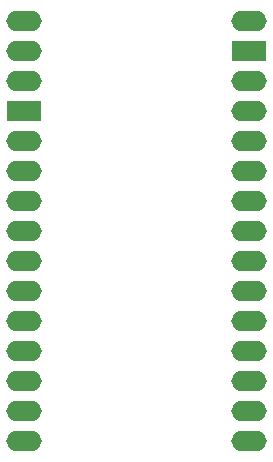
<source format=gtp>
%TF.GenerationSoftware,KiCad,Pcbnew,8.0.8*%
%TF.CreationDate,2025-03-20T22:04:06-04:00*%
%TF.ProjectId,EMP_Cyclone_SAO_v1,454d505f-4379-4636-9c6f-6e655f53414f,rev?*%
%TF.SameCoordinates,Original*%
%TF.FileFunction,Paste,Top*%
%TF.FilePolarity,Positive*%
%FSLAX46Y46*%
G04 Gerber Fmt 4.6, Leading zero omitted, Abs format (unit mm)*
G04 Created by KiCad (PCBNEW 8.0.8) date 2025-03-20 22:04:06*
%MOMM*%
%LPD*%
G01*
G04 APERTURE LIST*
%ADD10O,2.997200X1.727200*%
%ADD11R,2.997200X1.727200*%
G04 APERTURE END LIST*
D10*
%TO.C,A1*%
X157525000Y-116650000D03*
X157525000Y-91250000D03*
X157525000Y-111570000D03*
X157525000Y-109030000D03*
X157525000Y-106490000D03*
X157525000Y-103950000D03*
X157525000Y-101410000D03*
X157525000Y-98870000D03*
X157525000Y-96330000D03*
X157525000Y-93790000D03*
X157525000Y-114110000D03*
X138475000Y-86170000D03*
X138475000Y-83630000D03*
X138475000Y-93790000D03*
X138475000Y-96330000D03*
X138475000Y-98870000D03*
X138475000Y-101410000D03*
X138475000Y-103950000D03*
X138475000Y-106490000D03*
X138475000Y-109030000D03*
X138475000Y-111570000D03*
X138475000Y-114110000D03*
X138475000Y-116650000D03*
X138475000Y-119190000D03*
X157525000Y-119190000D03*
D11*
X138475000Y-91250000D03*
X157525000Y-86170000D03*
D10*
X138475000Y-88710000D03*
X157525000Y-88710000D03*
X157525000Y-83630000D03*
%TD*%
M02*

</source>
